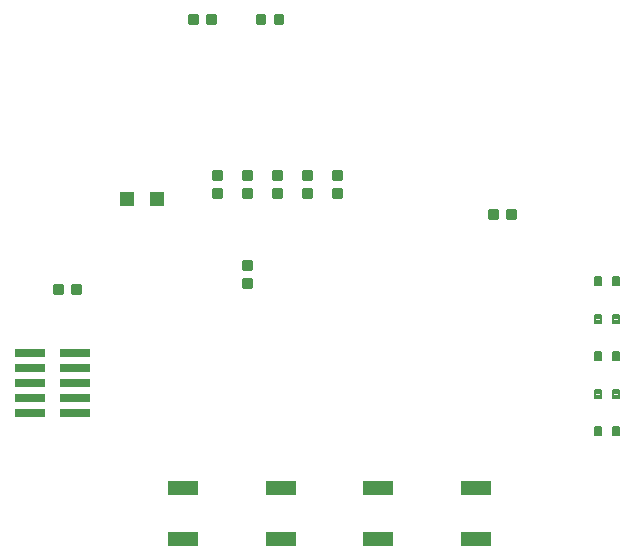
<source format=gtp>
G75*
%MOIN*%
%OFA0B0*%
%FSLAX24Y24*%
%IPPOS*%
%LPD*%
%AMOC8*
5,1,8,0,0,1.08239X$1,22.5*
%
%ADD10C,0.0088*%
%ADD11R,0.0984X0.0295*%
%ADD12C,0.0075*%
%ADD13R,0.1000X0.0500*%
%ADD14R,0.0500X0.0500*%
D10*
X001769Y009331D02*
X002031Y009331D01*
X002031Y009069D01*
X001769Y009069D01*
X001769Y009331D01*
X001769Y009156D02*
X002031Y009156D01*
X002031Y009243D02*
X001769Y009243D01*
X001769Y009330D02*
X002031Y009330D01*
X002369Y009331D02*
X002631Y009331D01*
X002631Y009069D01*
X002369Y009069D01*
X002369Y009331D01*
X002369Y009156D02*
X002631Y009156D01*
X002631Y009243D02*
X002369Y009243D01*
X002369Y009330D02*
X002631Y009330D01*
X007069Y012269D02*
X007069Y012531D01*
X007331Y012531D01*
X007331Y012269D01*
X007069Y012269D01*
X007069Y012356D02*
X007331Y012356D01*
X007331Y012443D02*
X007069Y012443D01*
X007069Y012530D02*
X007331Y012530D01*
X007069Y012869D02*
X007069Y013131D01*
X007331Y013131D01*
X007331Y012869D01*
X007069Y012869D01*
X007069Y012956D02*
X007331Y012956D01*
X007331Y013043D02*
X007069Y013043D01*
X007069Y013130D02*
X007331Y013130D01*
X008069Y013131D02*
X008069Y012869D01*
X008069Y013131D02*
X008331Y013131D01*
X008331Y012869D01*
X008069Y012869D01*
X008069Y012956D02*
X008331Y012956D01*
X008331Y013043D02*
X008069Y013043D01*
X008069Y013130D02*
X008331Y013130D01*
X008069Y012531D02*
X008069Y012269D01*
X008069Y012531D02*
X008331Y012531D01*
X008331Y012269D01*
X008069Y012269D01*
X008069Y012356D02*
X008331Y012356D01*
X008331Y012443D02*
X008069Y012443D01*
X008069Y012530D02*
X008331Y012530D01*
X009069Y012531D02*
X009069Y012269D01*
X009069Y012531D02*
X009331Y012531D01*
X009331Y012269D01*
X009069Y012269D01*
X009069Y012356D02*
X009331Y012356D01*
X009331Y012443D02*
X009069Y012443D01*
X009069Y012530D02*
X009331Y012530D01*
X009069Y012869D02*
X009069Y013131D01*
X009331Y013131D01*
X009331Y012869D01*
X009069Y012869D01*
X009069Y012956D02*
X009331Y012956D01*
X009331Y013043D02*
X009069Y013043D01*
X009069Y013130D02*
X009331Y013130D01*
X010069Y013131D02*
X010069Y012869D01*
X010069Y013131D02*
X010331Y013131D01*
X010331Y012869D01*
X010069Y012869D01*
X010069Y012956D02*
X010331Y012956D01*
X010331Y013043D02*
X010069Y013043D01*
X010069Y013130D02*
X010331Y013130D01*
X010069Y012531D02*
X010069Y012269D01*
X010069Y012531D02*
X010331Y012531D01*
X010331Y012269D01*
X010069Y012269D01*
X010069Y012356D02*
X010331Y012356D01*
X010331Y012443D02*
X010069Y012443D01*
X010069Y012530D02*
X010331Y012530D01*
X011069Y012531D02*
X011069Y012269D01*
X011069Y012531D02*
X011331Y012531D01*
X011331Y012269D01*
X011069Y012269D01*
X011069Y012356D02*
X011331Y012356D01*
X011331Y012443D02*
X011069Y012443D01*
X011069Y012530D02*
X011331Y012530D01*
X011069Y012869D02*
X011069Y013131D01*
X011331Y013131D01*
X011331Y012869D01*
X011069Y012869D01*
X011069Y012956D02*
X011331Y012956D01*
X011331Y013043D02*
X011069Y013043D01*
X011069Y013130D02*
X011331Y013130D01*
X008331Y010131D02*
X008331Y009869D01*
X008069Y009869D01*
X008069Y010131D01*
X008331Y010131D01*
X008331Y009956D02*
X008069Y009956D01*
X008069Y010043D02*
X008331Y010043D01*
X008331Y010130D02*
X008069Y010130D01*
X008331Y009531D02*
X008331Y009269D01*
X008069Y009269D01*
X008069Y009531D01*
X008331Y009531D01*
X008331Y009356D02*
X008069Y009356D01*
X008069Y009443D02*
X008331Y009443D01*
X008331Y009530D02*
X008069Y009530D01*
X016269Y011569D02*
X016531Y011569D01*
X016269Y011569D02*
X016269Y011831D01*
X016531Y011831D01*
X016531Y011569D01*
X016531Y011656D02*
X016269Y011656D01*
X016269Y011743D02*
X016531Y011743D01*
X016531Y011830D02*
X016269Y011830D01*
X016869Y011569D02*
X017131Y011569D01*
X016869Y011569D02*
X016869Y011831D01*
X017131Y011831D01*
X017131Y011569D01*
X017131Y011656D02*
X016869Y011656D01*
X016869Y011743D02*
X017131Y011743D01*
X017131Y011830D02*
X016869Y011830D01*
X009381Y018069D02*
X009119Y018069D01*
X009119Y018331D01*
X009381Y018331D01*
X009381Y018069D01*
X009381Y018156D02*
X009119Y018156D01*
X009119Y018243D02*
X009381Y018243D01*
X009381Y018330D02*
X009119Y018330D01*
X008781Y018069D02*
X008519Y018069D01*
X008519Y018331D01*
X008781Y018331D01*
X008781Y018069D01*
X008781Y018156D02*
X008519Y018156D01*
X008519Y018243D02*
X008781Y018243D01*
X008781Y018330D02*
X008519Y018330D01*
X007131Y018331D02*
X006869Y018331D01*
X007131Y018331D02*
X007131Y018069D01*
X006869Y018069D01*
X006869Y018331D01*
X006869Y018156D02*
X007131Y018156D01*
X007131Y018243D02*
X006869Y018243D01*
X006869Y018330D02*
X007131Y018330D01*
X006531Y018331D02*
X006269Y018331D01*
X006531Y018331D02*
X006531Y018069D01*
X006269Y018069D01*
X006269Y018331D01*
X006269Y018156D02*
X006531Y018156D01*
X006531Y018243D02*
X006269Y018243D01*
X006269Y018330D02*
X006531Y018330D01*
D11*
X000963Y005050D03*
X000963Y005550D03*
X000963Y006050D03*
X000963Y006550D03*
X000963Y007050D03*
X002463Y007050D03*
X002463Y006550D03*
X002463Y006050D03*
X002463Y005550D03*
X002463Y005050D03*
D12*
X019787Y004312D02*
X020013Y004312D01*
X019787Y004312D02*
X019787Y004588D01*
X020013Y004588D01*
X020013Y004312D01*
X020013Y004386D02*
X019787Y004386D01*
X019787Y004460D02*
X020013Y004460D01*
X020013Y004534D02*
X019787Y004534D01*
X020387Y004312D02*
X020613Y004312D01*
X020387Y004312D02*
X020387Y004588D01*
X020613Y004588D01*
X020613Y004312D01*
X020613Y004386D02*
X020387Y004386D01*
X020387Y004460D02*
X020613Y004460D01*
X020613Y004534D02*
X020387Y004534D01*
X020387Y005562D02*
X020613Y005562D01*
X020387Y005562D02*
X020387Y005838D01*
X020613Y005838D01*
X020613Y005562D01*
X020613Y005636D02*
X020387Y005636D01*
X020387Y005710D02*
X020613Y005710D01*
X020613Y005784D02*
X020387Y005784D01*
X020013Y005562D02*
X019787Y005562D01*
X019787Y005838D01*
X020013Y005838D01*
X020013Y005562D01*
X020013Y005636D02*
X019787Y005636D01*
X019787Y005710D02*
X020013Y005710D01*
X020013Y005784D02*
X019787Y005784D01*
X019787Y006812D02*
X020013Y006812D01*
X019787Y006812D02*
X019787Y007088D01*
X020013Y007088D01*
X020013Y006812D01*
X020013Y006886D02*
X019787Y006886D01*
X019787Y006960D02*
X020013Y006960D01*
X020013Y007034D02*
X019787Y007034D01*
X020387Y006812D02*
X020613Y006812D01*
X020387Y006812D02*
X020387Y007088D01*
X020613Y007088D01*
X020613Y006812D01*
X020613Y006886D02*
X020387Y006886D01*
X020387Y006960D02*
X020613Y006960D01*
X020613Y007034D02*
X020387Y007034D01*
X020387Y008062D02*
X020613Y008062D01*
X020387Y008062D02*
X020387Y008338D01*
X020613Y008338D01*
X020613Y008062D01*
X020613Y008136D02*
X020387Y008136D01*
X020387Y008210D02*
X020613Y008210D01*
X020613Y008284D02*
X020387Y008284D01*
X020013Y008062D02*
X019787Y008062D01*
X019787Y008338D01*
X020013Y008338D01*
X020013Y008062D01*
X020013Y008136D02*
X019787Y008136D01*
X019787Y008210D02*
X020013Y008210D01*
X020013Y008284D02*
X019787Y008284D01*
X019787Y009312D02*
X020013Y009312D01*
X019787Y009312D02*
X019787Y009588D01*
X020013Y009588D01*
X020013Y009312D01*
X020013Y009386D02*
X019787Y009386D01*
X019787Y009460D02*
X020013Y009460D01*
X020013Y009534D02*
X019787Y009534D01*
X020387Y009312D02*
X020613Y009312D01*
X020387Y009312D02*
X020387Y009588D01*
X020613Y009588D01*
X020613Y009312D01*
X020613Y009386D02*
X020387Y009386D01*
X020387Y009460D02*
X020613Y009460D01*
X020613Y009534D02*
X020387Y009534D01*
D13*
X015826Y002550D03*
X015826Y000850D03*
X012574Y000850D03*
X012574Y002550D03*
X009326Y002550D03*
X009326Y000850D03*
X006074Y000850D03*
X006074Y002550D03*
D14*
X005200Y012200D03*
X004200Y012200D03*
M02*

</source>
